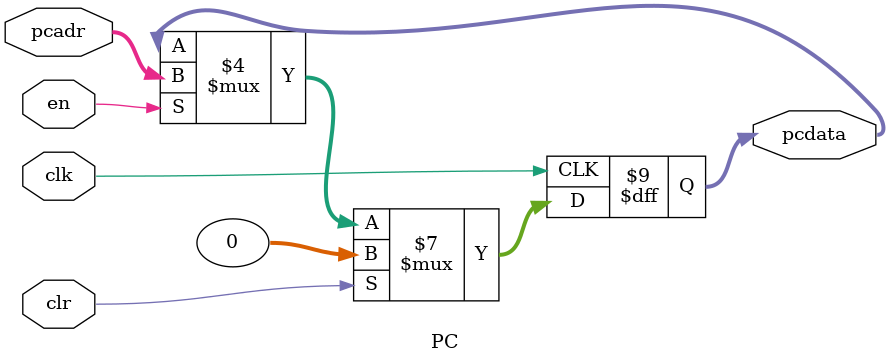
<source format=v>
module PC(pcadr,en,clk,clr,pcdata);
input [31:0] pcadr;
input en,clk,clr;
output reg [31:0]pcdata;
always@(posedge clk)
  begin
    if(clr==1)
	  pcdata<=32'b00000000;
	 else if(en==1)
	  pcdata[31:0]<=pcadr[31:0];
  end
endmodule
</source>
